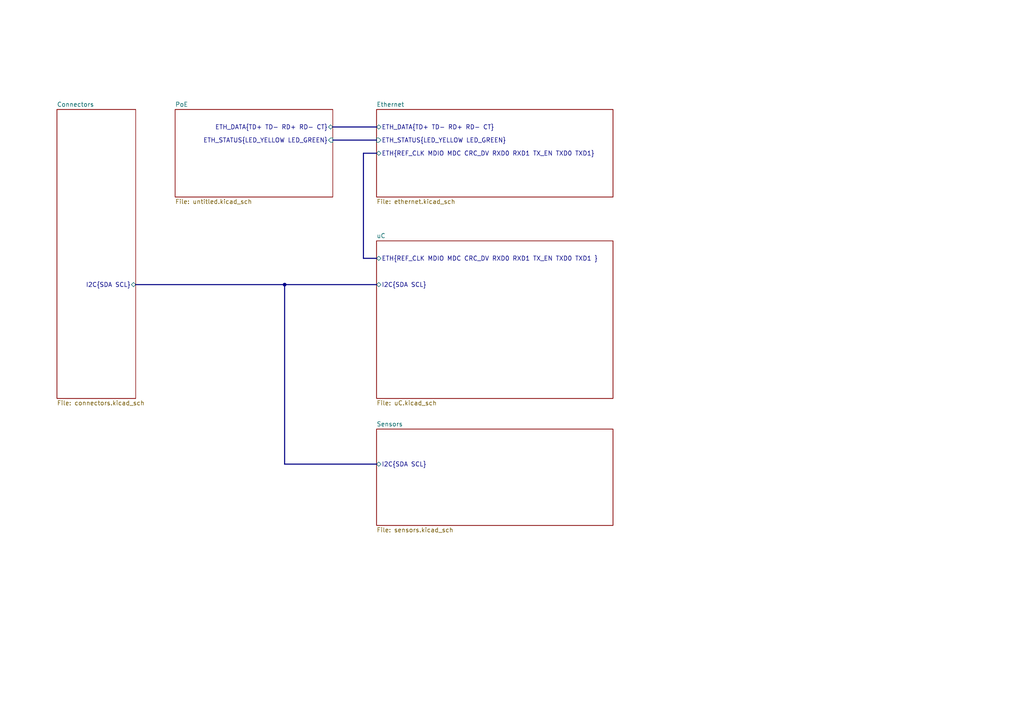
<source format=kicad_sch>
(kicad_sch (version 20230121) (generator eeschema)
  (paper "A4")
  (lib_symbols)
  (junction (at 82.55 82.55))
  (bus (pts (xy 82.55 82.55) (xy 82.55 134.62)))
  (bus (pts (xy 39.37 82.55) (xy 82.55 82.55)))
  (bus (pts (xy 105.41 44.45) (xy 105.41 74.93)))
  (bus (pts (xy 96.52 36.83) (xy 109.22 36.83)))
  (bus (pts (xy 109.22 44.45) (xy 105.41 44.45)))
  (bus (pts (xy 105.41 74.93) (xy 109.22 74.93)))
  (bus (pts (xy 82.55 134.62) (xy 109.22 134.62)))
  (bus (pts (xy 96.52 40.64) (xy 109.22 40.64)))
  (bus (pts (xy 109.22 82.55) (xy 82.55 82.55)))
  (sheet (at 109.22 31.75) (size 68.58 25.4) (stroke (width 0.1524))
    (property "Sheetname" "Ethernet" (at 109.22 31.0384 0) (effects (justify left bottom)))
    (property "Sheetfile" "ethernet.kicad_sch" (at 109.22 57.7346 0) (effects (justify left top)))
    (pin "ETH_STATUS{LED_YELLOW LED_GREEN}" input (at 109.22 40.64 180))
    (pin "ETH_DATA{TD+ TD- RD+ RD- CT}" bidirectional (at 109.22 36.83 180))
    (pin "ETH{REF_CLK MDIO MDC CRC_DV RXD0 RXD1 TX_EN TXD0 TXD1}" bidirectional (at 109.22 44.45 180))
  )
  (sheet (at 16.51 31.75) (size 22.86 83.82) (stroke (width 0.1524))
    (property "Sheetname" "Connectors" (at 16.51 31.0384 0) (effects (justify left bottom)))
    (property "Sheetfile" "connectors.kicad_sch" (at 16.51 116.1546 0) (effects (justify left top)))
    (pin "I2C{SDA SCL}" bidirectional (at 39.37 82.55 0))
  )
  (sheet (at 50.8 31.75) (size 45.72 25.4) (stroke (width 0.1524))
    (property "Sheetname" "PoE" (at 50.8 31.0384 0) (effects (justify left bottom)))
    (property "Sheetfile" "untitled.kicad_sch" (at 50.8 57.7346 0) (effects (justify left top)))
    (pin "ETH_STATUS{LED_YELLOW LED_GREEN}" input (at 96.52 40.64 0))
    (pin "ETH_DATA{TD+ TD- RD+ RD- CT}" bidirectional (at 96.52 36.83 0))
  )
  (sheet (at 109.22 124.46) (size 68.58 27.94) (stroke (width 0.1524))
    (property "Sheetname" "Sensors" (at 109.22 123.7484 0) (effects (justify left bottom)))
    (property "Sheetfile" "sensors.kicad_sch" (at 109.22 152.9846 0) (effects (justify left top)))
    (pin "I2C{SDA SCL}" bidirectional (at 109.22 134.62 180))
  )
  (sheet (at 109.22 69.85) (size 68.58 45.72) (stroke (width 0.1524))
    (property "Sheetname" "uC" (at 109.22 69.1384 0) (effects (justify left bottom)))
    (property "Sheetfile" "uC.kicad_sch" (at 109.22 116.1546 0) (effects (justify left top)))
    (pin "I2C{SDA SCL}" bidirectional (at 109.22 82.55 180))
    (pin "ETH{REF_CLK MDIO MDC CRC_DV RXD0 RXD1 TX_EN TXD0 TXD1 }" bidirectional (at 109.22 74.93 180))
  )
)
</source>
